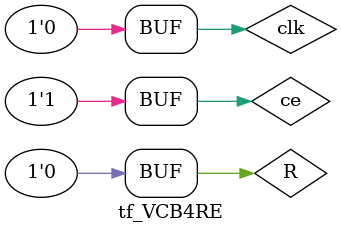
<source format=v>
module tf_VCB4RE;

	// Inputs
	reg ce;
	reg clk;
	reg R;

	// Outputs
	wire [3:0] Q;
	wire TC;
	wire CEO;

	// Instantiate the Unit Under Test (UUT)
	VCB4RE uut (
		.ce(ce), 
		.Q(Q), 
		.clk(clk), 
		.TC(TC), 
		.R(R), 
		.CEO(CEO)
	);
//Ãåíðàòîð ïåðèîäè÷åêêîãî ñèãíàëà ñèíõðîíèçàöèè clk
parameter Tclk=20; //Ïåðèîä ñèãíàëà ñèíõðîíèçàöèè 20 íñ
always begin clk=1; #(Tclk/2); clk=0; #(Tclk/2); end
// Ãåíåðàòîð ïåðèîäè÷åñêîãî ñèãíàëà ce
parameter Tce=80; //Ïåðèîä ñèãíàëà ce 160 íñ
always begin ce=0; #(7*Tce/8 + 10); ce=1; #(1*Tce/8 +10); end //Òîëüêî öåëàÿ ÷àñòü äåëåíèÿ

	initial begin
			R = 0; //Èñõîäíîå ñîñòîÿíèå âõîäîâ
	//#380; R = 1; //×åðåç 38 íñ 1
	//#10; R = 0; // ×åðåç 10 íñ 0
	//#611; R = 1; //×åðåç 611 íñ 1
	//#270; R = 0; // ×åðåç 270 íñ 0

	end
      
endmodule


</source>
